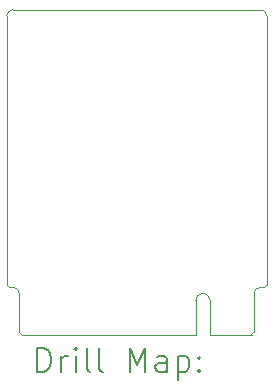
<source format=gbr>
%TF.GenerationSoftware,KiCad,Pcbnew,8.0.4*%
%TF.CreationDate,2024-09-25T00:09:03+05:30*%
%TF.ProjectId,NYSM.2_TMC2209_Stepper_driver,4e59534d-2e32-45f5-944d-43323230395f,rev?*%
%TF.SameCoordinates,Original*%
%TF.FileFunction,Drillmap*%
%TF.FilePolarity,Positive*%
%FSLAX45Y45*%
G04 Gerber Fmt 4.5, Leading zero omitted, Abs format (unit mm)*
G04 Created by KiCad (PCBNEW 8.0.4) date 2024-09-25 00:09:03*
%MOMM*%
%LPD*%
G01*
G04 APERTURE LIST*
%ADD10C,0.050000*%
%ADD11C,0.200000*%
G04 APERTURE END LIST*
D10*
X13378000Y-10390000D02*
X13378000Y-12670000D01*
X13398000Y-12690000D02*
X13433000Y-12690000D01*
X13483000Y-12740000D02*
X13483000Y-13070000D01*
X13503000Y-13090000D02*
X14978000Y-13090000D01*
X14978000Y-12800000D02*
X14978000Y-13090000D01*
X15098000Y-12800000D02*
X15098000Y-13090000D01*
X15098000Y-13090000D02*
X15453000Y-13090000D01*
X15473000Y-13070000D02*
X15473000Y-12740000D01*
X15523000Y-12690000D02*
X15558000Y-12690000D01*
X15528000Y-10340000D02*
X13428000Y-10340000D01*
X15578000Y-12670000D02*
X15578000Y-10390000D01*
X13378000Y-10390000D02*
G75*
G02*
X13428000Y-10340000I50000J0D01*
G01*
X13398000Y-12690000D02*
G75*
G02*
X13378000Y-12670000I0J20000D01*
G01*
X13433000Y-12690000D02*
G75*
G02*
X13483000Y-12740000I0J-50000D01*
G01*
X13503000Y-13090000D02*
G75*
G02*
X13483000Y-13070000I0J20000D01*
G01*
X14978000Y-12800000D02*
G75*
G02*
X15038000Y-12740000I60000J0D01*
G01*
X15038000Y-12740000D02*
G75*
G02*
X15098000Y-12800000I0J-60000D01*
G01*
X15473000Y-12740000D02*
G75*
G02*
X15523000Y-12690000I50000J0D01*
G01*
X15473000Y-13070000D02*
G75*
G02*
X15453000Y-13090000I-20000J0D01*
G01*
X15528000Y-10340000D02*
G75*
G02*
X15578000Y-10390000I0J-50000D01*
G01*
X15578000Y-12670000D02*
G75*
G02*
X15558000Y-12690000I-20000J0D01*
G01*
D11*
X13636277Y-13403984D02*
X13636277Y-13203984D01*
X13636277Y-13203984D02*
X13683896Y-13203984D01*
X13683896Y-13203984D02*
X13712467Y-13213508D01*
X13712467Y-13213508D02*
X13731515Y-13232555D01*
X13731515Y-13232555D02*
X13741039Y-13251603D01*
X13741039Y-13251603D02*
X13750562Y-13289698D01*
X13750562Y-13289698D02*
X13750562Y-13318269D01*
X13750562Y-13318269D02*
X13741039Y-13356365D01*
X13741039Y-13356365D02*
X13731515Y-13375412D01*
X13731515Y-13375412D02*
X13712467Y-13394460D01*
X13712467Y-13394460D02*
X13683896Y-13403984D01*
X13683896Y-13403984D02*
X13636277Y-13403984D01*
X13836277Y-13403984D02*
X13836277Y-13270650D01*
X13836277Y-13308746D02*
X13845801Y-13289698D01*
X13845801Y-13289698D02*
X13855324Y-13280174D01*
X13855324Y-13280174D02*
X13874372Y-13270650D01*
X13874372Y-13270650D02*
X13893420Y-13270650D01*
X13960086Y-13403984D02*
X13960086Y-13270650D01*
X13960086Y-13203984D02*
X13950562Y-13213508D01*
X13950562Y-13213508D02*
X13960086Y-13223031D01*
X13960086Y-13223031D02*
X13969610Y-13213508D01*
X13969610Y-13213508D02*
X13960086Y-13203984D01*
X13960086Y-13203984D02*
X13960086Y-13223031D01*
X14083896Y-13403984D02*
X14064848Y-13394460D01*
X14064848Y-13394460D02*
X14055324Y-13375412D01*
X14055324Y-13375412D02*
X14055324Y-13203984D01*
X14188658Y-13403984D02*
X14169610Y-13394460D01*
X14169610Y-13394460D02*
X14160086Y-13375412D01*
X14160086Y-13375412D02*
X14160086Y-13203984D01*
X14417229Y-13403984D02*
X14417229Y-13203984D01*
X14417229Y-13203984D02*
X14483896Y-13346841D01*
X14483896Y-13346841D02*
X14550562Y-13203984D01*
X14550562Y-13203984D02*
X14550562Y-13403984D01*
X14731515Y-13403984D02*
X14731515Y-13299222D01*
X14731515Y-13299222D02*
X14721991Y-13280174D01*
X14721991Y-13280174D02*
X14702943Y-13270650D01*
X14702943Y-13270650D02*
X14664848Y-13270650D01*
X14664848Y-13270650D02*
X14645801Y-13280174D01*
X14731515Y-13394460D02*
X14712467Y-13403984D01*
X14712467Y-13403984D02*
X14664848Y-13403984D01*
X14664848Y-13403984D02*
X14645801Y-13394460D01*
X14645801Y-13394460D02*
X14636277Y-13375412D01*
X14636277Y-13375412D02*
X14636277Y-13356365D01*
X14636277Y-13356365D02*
X14645801Y-13337317D01*
X14645801Y-13337317D02*
X14664848Y-13327793D01*
X14664848Y-13327793D02*
X14712467Y-13327793D01*
X14712467Y-13327793D02*
X14731515Y-13318269D01*
X14826753Y-13270650D02*
X14826753Y-13470650D01*
X14826753Y-13280174D02*
X14845801Y-13270650D01*
X14845801Y-13270650D02*
X14883896Y-13270650D01*
X14883896Y-13270650D02*
X14902943Y-13280174D01*
X14902943Y-13280174D02*
X14912467Y-13289698D01*
X14912467Y-13289698D02*
X14921991Y-13308746D01*
X14921991Y-13308746D02*
X14921991Y-13365888D01*
X14921991Y-13365888D02*
X14912467Y-13384936D01*
X14912467Y-13384936D02*
X14902943Y-13394460D01*
X14902943Y-13394460D02*
X14883896Y-13403984D01*
X14883896Y-13403984D02*
X14845801Y-13403984D01*
X14845801Y-13403984D02*
X14826753Y-13394460D01*
X15007705Y-13384936D02*
X15017229Y-13394460D01*
X15017229Y-13394460D02*
X15007705Y-13403984D01*
X15007705Y-13403984D02*
X14998182Y-13394460D01*
X14998182Y-13394460D02*
X15007705Y-13384936D01*
X15007705Y-13384936D02*
X15007705Y-13403984D01*
X15007705Y-13280174D02*
X15017229Y-13289698D01*
X15017229Y-13289698D02*
X15007705Y-13299222D01*
X15007705Y-13299222D02*
X14998182Y-13289698D01*
X14998182Y-13289698D02*
X15007705Y-13280174D01*
X15007705Y-13280174D02*
X15007705Y-13299222D01*
M02*

</source>
